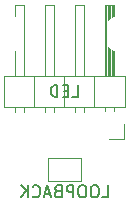
<source format=gbo>
G04 #@! TF.GenerationSoftware,KiCad,Pcbnew,6.0.4+dfsg-1+b1*
G04 #@! TF.CreationDate,2022-05-03T02:32:59+03:00*
G04 #@! TF.ProjectId,yatabaza-keyboard,79617461-6261-47a6-912d-6b6579626f61,rev?*
G04 #@! TF.SameCoordinates,Original*
G04 #@! TF.FileFunction,Legend,Bot*
G04 #@! TF.FilePolarity,Positive*
%FSLAX46Y46*%
G04 Gerber Fmt 4.6, Leading zero omitted, Abs format (unit mm)*
G04 Created by KiCad (PCBNEW 6.0.4+dfsg-1+b1) date 2022-05-03 02:32:59*
%MOMM*%
%LPD*%
G01*
G04 APERTURE LIST*
%ADD10C,0.150000*%
%ADD11C,0.120000*%
%ADD12C,1.600000*%
%ADD13R,1.700000X1.700000*%
%ADD14C,7.000000*%
%ADD15C,1.400000*%
%ADD16O,1.400000X1.400000*%
%ADD17O,1.850000X3.048000*%
%ADD18R,1.600000X1.600000*%
%ADD19O,1.600000X1.600000*%
%ADD20O,1.700000X1.700000*%
%ADD21R,1.000000X1.500000*%
G04 APERTURE END LIST*
D10*
X62862857Y-80867380D02*
X63339047Y-80867380D01*
X63339047Y-79867380D01*
X62529523Y-80343571D02*
X62196190Y-80343571D01*
X62053333Y-80867380D02*
X62529523Y-80867380D01*
X62529523Y-79867380D01*
X62053333Y-79867380D01*
X61624761Y-80867380D02*
X61624761Y-79867380D01*
X61386666Y-79867380D01*
X61243809Y-79915000D01*
X61148571Y-80010238D01*
X61100952Y-80105476D01*
X61053333Y-80295952D01*
X61053333Y-80438809D01*
X61100952Y-80629285D01*
X61148571Y-80724523D01*
X61243809Y-80819761D01*
X61386666Y-80867380D01*
X61624761Y-80867380D01*
X65396666Y-89352380D02*
X65872857Y-89352380D01*
X65872857Y-88352380D01*
X64872857Y-88352380D02*
X64682380Y-88352380D01*
X64587142Y-88400000D01*
X64491904Y-88495238D01*
X64444285Y-88685714D01*
X64444285Y-89019047D01*
X64491904Y-89209523D01*
X64587142Y-89304761D01*
X64682380Y-89352380D01*
X64872857Y-89352380D01*
X64968095Y-89304761D01*
X65063333Y-89209523D01*
X65110952Y-89019047D01*
X65110952Y-88685714D01*
X65063333Y-88495238D01*
X64968095Y-88400000D01*
X64872857Y-88352380D01*
X63825238Y-88352380D02*
X63634761Y-88352380D01*
X63539523Y-88400000D01*
X63444285Y-88495238D01*
X63396666Y-88685714D01*
X63396666Y-89019047D01*
X63444285Y-89209523D01*
X63539523Y-89304761D01*
X63634761Y-89352380D01*
X63825238Y-89352380D01*
X63920476Y-89304761D01*
X64015714Y-89209523D01*
X64063333Y-89019047D01*
X64063333Y-88685714D01*
X64015714Y-88495238D01*
X63920476Y-88400000D01*
X63825238Y-88352380D01*
X62968095Y-89352380D02*
X62968095Y-88352380D01*
X62587142Y-88352380D01*
X62491904Y-88400000D01*
X62444285Y-88447619D01*
X62396666Y-88542857D01*
X62396666Y-88685714D01*
X62444285Y-88780952D01*
X62491904Y-88828571D01*
X62587142Y-88876190D01*
X62968095Y-88876190D01*
X61634761Y-88828571D02*
X61491904Y-88876190D01*
X61444285Y-88923809D01*
X61396666Y-89019047D01*
X61396666Y-89161904D01*
X61444285Y-89257142D01*
X61491904Y-89304761D01*
X61587142Y-89352380D01*
X61968095Y-89352380D01*
X61968095Y-88352380D01*
X61634761Y-88352380D01*
X61539523Y-88400000D01*
X61491904Y-88447619D01*
X61444285Y-88542857D01*
X61444285Y-88638095D01*
X61491904Y-88733333D01*
X61539523Y-88780952D01*
X61634761Y-88828571D01*
X61968095Y-88828571D01*
X61015714Y-89066666D02*
X60539523Y-89066666D01*
X61110952Y-89352380D02*
X60777619Y-88352380D01*
X60444285Y-89352380D01*
X59539523Y-89257142D02*
X59587142Y-89304761D01*
X59730000Y-89352380D01*
X59825238Y-89352380D01*
X59968095Y-89304761D01*
X60063333Y-89209523D01*
X60110952Y-89114285D01*
X60158571Y-88923809D01*
X60158571Y-88780952D01*
X60110952Y-88590476D01*
X60063333Y-88495238D01*
X59968095Y-88400000D01*
X59825238Y-88352380D01*
X59730000Y-88352380D01*
X59587142Y-88400000D01*
X59539523Y-88447619D01*
X59110952Y-89352380D02*
X59110952Y-88352380D01*
X58539523Y-89352380D02*
X58968095Y-88780952D01*
X58539523Y-88352380D02*
X59110952Y-88923809D01*
D11*
X65650000Y-82075000D02*
X65650000Y-81745000D01*
X57080000Y-79085000D02*
X67360000Y-79085000D01*
X66410000Y-73085000D02*
X65650000Y-73085000D01*
X65750000Y-79085000D02*
X65750000Y-73085000D01*
X63110000Y-73085000D02*
X63110000Y-79085000D01*
X58030000Y-73085000D02*
X58030000Y-79085000D01*
X67300000Y-84455000D02*
X67300000Y-83185000D01*
X66230000Y-79085000D02*
X66230000Y-73085000D01*
X59680000Y-81745000D02*
X59680000Y-79085000D01*
X64760000Y-81745000D02*
X64760000Y-79085000D01*
X65990000Y-79085000D02*
X65990000Y-73085000D01*
X58790000Y-73085000D02*
X58030000Y-73085000D01*
X63870000Y-79085000D02*
X63870000Y-73085000D01*
X63870000Y-73085000D02*
X63110000Y-73085000D01*
X67360000Y-79085000D02*
X67360000Y-81745000D01*
X60570000Y-82142071D02*
X60570000Y-81745000D01*
X65870000Y-79085000D02*
X65870000Y-73085000D01*
X60570000Y-73085000D02*
X60570000Y-79085000D01*
X66110000Y-79085000D02*
X66110000Y-73085000D01*
X58790000Y-82142071D02*
X58790000Y-81745000D01*
X58790000Y-79085000D02*
X58790000Y-73085000D01*
X63110000Y-82142071D02*
X63110000Y-81745000D01*
X57080000Y-81745000D02*
X57080000Y-79085000D01*
X61330000Y-79085000D02*
X61330000Y-73085000D01*
X66350000Y-79085000D02*
X66350000Y-73085000D01*
X61330000Y-73085000D02*
X60570000Y-73085000D01*
X66030000Y-84455000D02*
X67300000Y-84455000D01*
X66410000Y-79085000D02*
X66410000Y-73085000D01*
X63870000Y-82142071D02*
X63870000Y-81745000D01*
X62220000Y-81745000D02*
X62220000Y-79085000D01*
X61330000Y-82142071D02*
X61330000Y-81745000D01*
X67360000Y-81745000D02*
X57080000Y-81745000D01*
X66410000Y-82075000D02*
X66410000Y-81745000D01*
X65650000Y-73085000D02*
X65650000Y-79085000D01*
X58030000Y-82142071D02*
X58030000Y-81745000D01*
X60830000Y-87995000D02*
X63630000Y-87995000D01*
X63630000Y-85995000D02*
X60830000Y-85995000D01*
X63630000Y-87995000D02*
X63630000Y-85995000D01*
X60830000Y-85995000D02*
X60830000Y-87995000D01*
%LPC*%
D12*
X57130000Y-48260000D03*
X54630000Y-48260000D03*
X57130000Y-45720000D03*
X54630000Y-45720000D03*
X57130000Y-50800000D03*
X54630000Y-50800000D03*
X57130000Y-43180000D03*
X54630000Y-43180000D03*
X39390000Y-43180000D03*
X41890000Y-43180000D03*
X39390000Y-50800000D03*
X41890000Y-50800000D03*
X39410000Y-45720000D03*
X41910000Y-45720000D03*
X39370000Y-48260000D03*
X41870000Y-48260000D03*
X54610000Y-38100000D03*
X54610000Y-40600000D03*
D13*
X30480000Y-25400000D03*
X30480000Y-27940000D03*
X30480000Y-30480000D03*
X30480000Y-33020000D03*
X73660000Y-25400000D03*
X73660000Y-27940000D03*
X73660000Y-30480000D03*
X73660000Y-33020000D03*
D14*
X71120000Y-114935000D03*
X25400000Y-114935000D03*
X71120000Y-43180000D03*
X25400000Y-43180000D03*
D15*
X62180000Y-48260000D03*
D16*
X59640000Y-48260000D03*
D15*
X62180000Y-45720000D03*
D16*
X59640000Y-45720000D03*
D15*
X62180000Y-50800000D03*
D16*
X59640000Y-50800000D03*
D15*
X62180000Y-43180000D03*
D16*
X59640000Y-43180000D03*
D15*
X34340000Y-43180000D03*
D16*
X36880000Y-43180000D03*
D15*
X34340000Y-50800000D03*
D16*
X36880000Y-50800000D03*
D15*
X34340000Y-45720000D03*
D16*
X36880000Y-45720000D03*
D15*
X34340000Y-48260000D03*
D16*
X36880000Y-48260000D03*
D17*
X24765000Y-75565000D03*
X24765000Y-63065000D03*
X29765000Y-63065000D03*
X29765000Y-75565000D03*
X24805000Y-108475000D03*
X24805000Y-95975000D03*
X29805000Y-108475000D03*
X29805000Y-95975000D03*
X38735000Y-75565000D03*
X38735000Y-63065000D03*
X43735000Y-63065000D03*
X43735000Y-75565000D03*
X38775000Y-108475000D03*
X38775000Y-95975000D03*
X43775000Y-108475000D03*
X43775000Y-95975000D03*
X57785000Y-63065000D03*
X57785000Y-75565000D03*
X52785000Y-75565000D03*
X52785000Y-63065000D03*
X57785000Y-108475000D03*
X57785000Y-95975000D03*
X52785000Y-95975000D03*
X52785000Y-108475000D03*
X71715000Y-75565000D03*
X71715000Y-63065000D03*
X66715000Y-75565000D03*
X66715000Y-63065000D03*
X71755000Y-108475000D03*
X71755000Y-95975000D03*
X66755000Y-95975000D03*
X66755000Y-108475000D03*
D18*
X44450000Y-38100000D03*
D19*
X44450000Y-40640000D03*
X44450000Y-43180000D03*
X44450000Y-45720000D03*
X44450000Y-48260000D03*
X44450000Y-50800000D03*
X44450000Y-53340000D03*
X44450000Y-55880000D03*
X52070000Y-55880000D03*
X52070000Y-53340000D03*
X52070000Y-50800000D03*
X52070000Y-48260000D03*
X52070000Y-45720000D03*
X52070000Y-43180000D03*
X52070000Y-40640000D03*
X52070000Y-38100000D03*
D13*
X73660000Y-83185000D03*
X73660000Y-85725000D03*
X73660000Y-88265000D03*
D14*
X34290000Y-57150000D03*
D18*
X31750000Y-40640000D03*
D19*
X31750000Y-43180000D03*
X31750000Y-45720000D03*
X31750000Y-48260000D03*
X31750000Y-50800000D03*
D13*
X30480000Y-83185000D03*
X30480000Y-85725000D03*
X30480000Y-88265000D03*
D18*
X43810000Y-32375000D03*
D19*
X46350000Y-32375000D03*
X48890000Y-32375000D03*
X51430000Y-32375000D03*
X53970000Y-32375000D03*
X56510000Y-32375000D03*
X59050000Y-32375000D03*
X59050000Y-24755000D03*
X56510000Y-24755000D03*
X53970000Y-24755000D03*
X51430000Y-24755000D03*
X48890000Y-24755000D03*
X46350000Y-24755000D03*
X43810000Y-24755000D03*
D14*
X48260000Y-85725000D03*
X62230000Y-57150000D03*
D18*
X64770000Y-40640000D03*
D19*
X64770000Y-43180000D03*
X64770000Y-45720000D03*
X64770000Y-48260000D03*
X64770000Y-50800000D03*
D12*
X40640000Y-24765000D03*
X40640000Y-27265000D03*
D14*
X48260000Y-114935000D03*
D13*
X66030000Y-83185000D03*
D20*
X63490000Y-83185000D03*
X60950000Y-83185000D03*
X58410000Y-83185000D03*
D21*
X61580000Y-86995000D03*
X62880000Y-86995000D03*
M02*

</source>
